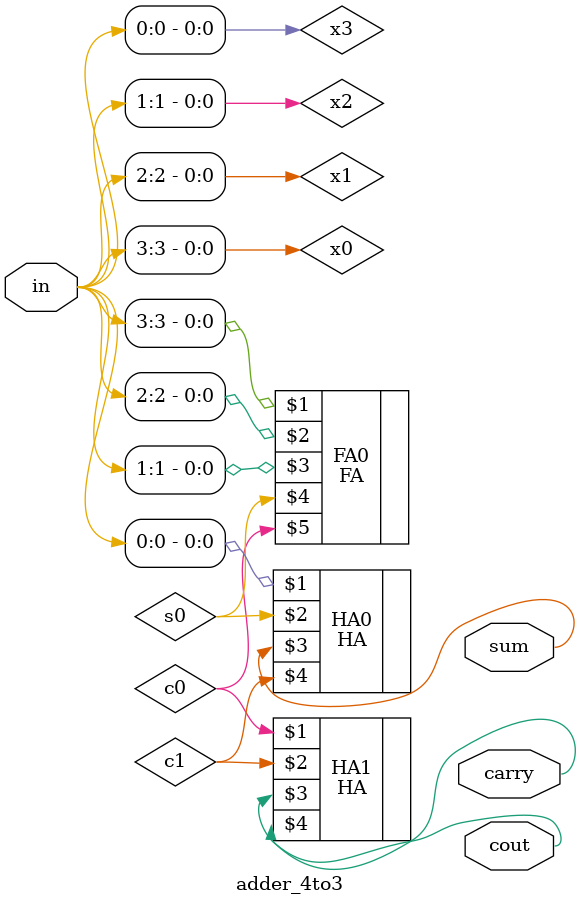
<source format=v>
`timescale 1ns / 1ps

module adder_4to3(in, cout, carry, sum);

    input [3:0] in;             // 4bit input
    wire x0, x1, x2, x3;        // individual input bits
    output cout, carry, sum;    // output bits : final carry out, intermediate carry, sum

    // Assign input bits to individual wires
    assign {x0, x1, x2, x3} = in;

    wire s0, c0, c1;    // intermediate signals


    FA FA0(x0, x1, x2, s0, c0); // 1st stage : Full Adder for x0, x1, x2
    HA HA0(x3, s0, sum, c1);    // 2nd stage : Half Adder for x3 and sum from first stage
    HA HA1(c0, c1, carry, cout);// 3rd stage : Half Adder for carries from first & second stages

endmodule
</source>
